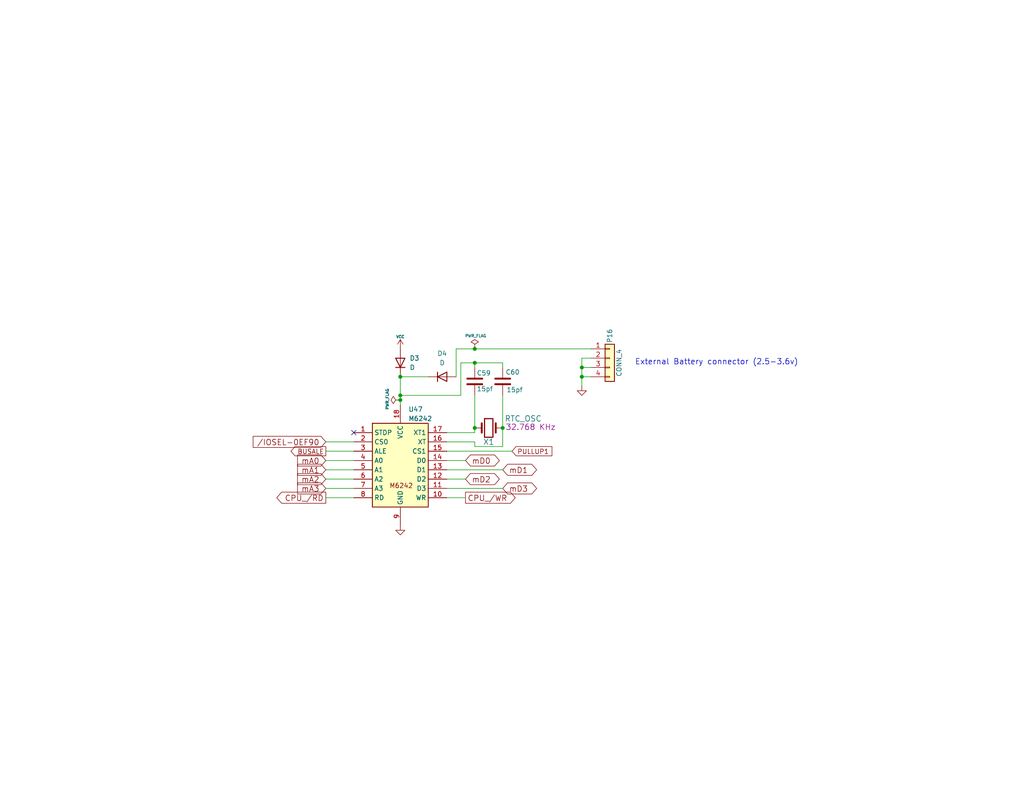
<source format=kicad_sch>
(kicad_sch
	(version 20250114)
	(generator "eeschema")
	(generator_version "9.0")
	(uuid "cbe0dedb-2418-48fa-b2ea-9e475d930100")
	(paper "A")
	(title_block
		(title "6502PC")
		(date "2025-12-21")
		(rev "002")
		(comment 1 "https://github.com/danwerner21/6502PC")
		(comment 2 "Based on work by Andrew Lynch and John Coffman")
	)
	(lib_symbols
		(symbol "Connector_Generic:Conn_01x04"
			(pin_names
				(offset 1.016)
				(hide yes)
			)
			(exclude_from_sim no)
			(in_bom yes)
			(on_board yes)
			(property "Reference" "J"
				(at 0 5.08 0)
				(effects
					(font
						(size 1.27 1.27)
					)
				)
			)
			(property "Value" "Conn_01x04"
				(at 0 -7.62 0)
				(effects
					(font
						(size 1.27 1.27)
					)
				)
			)
			(property "Footprint" ""
				(at 0 0 0)
				(effects
					(font
						(size 1.27 1.27)
					)
					(hide yes)
				)
			)
			(property "Datasheet" "~"
				(at 0 0 0)
				(effects
					(font
						(size 1.27 1.27)
					)
					(hide yes)
				)
			)
			(property "Description" "Generic connector, single row, 01x04, script generated (kicad-library-utils/schlib/autogen/connector/)"
				(at 0 0 0)
				(effects
					(font
						(size 1.27 1.27)
					)
					(hide yes)
				)
			)
			(property "ki_keywords" "connector"
				(at 0 0 0)
				(effects
					(font
						(size 1.27 1.27)
					)
					(hide yes)
				)
			)
			(property "ki_fp_filters" "Connector*:*_1x??_*"
				(at 0 0 0)
				(effects
					(font
						(size 1.27 1.27)
					)
					(hide yes)
				)
			)
			(symbol "Conn_01x04_1_1"
				(rectangle
					(start -1.27 3.81)
					(end 1.27 -6.35)
					(stroke
						(width 0.254)
						(type default)
					)
					(fill
						(type background)
					)
				)
				(rectangle
					(start -1.27 2.667)
					(end 0 2.413)
					(stroke
						(width 0.1524)
						(type default)
					)
					(fill
						(type none)
					)
				)
				(rectangle
					(start -1.27 0.127)
					(end 0 -0.127)
					(stroke
						(width 0.1524)
						(type default)
					)
					(fill
						(type none)
					)
				)
				(rectangle
					(start -1.27 -2.413)
					(end 0 -2.667)
					(stroke
						(width 0.1524)
						(type default)
					)
					(fill
						(type none)
					)
				)
				(rectangle
					(start -1.27 -4.953)
					(end 0 -5.207)
					(stroke
						(width 0.1524)
						(type default)
					)
					(fill
						(type none)
					)
				)
				(pin passive line
					(at -5.08 2.54 0)
					(length 3.81)
					(name "Pin_1"
						(effects
							(font
								(size 1.27 1.27)
							)
						)
					)
					(number "1"
						(effects
							(font
								(size 1.27 1.27)
							)
						)
					)
				)
				(pin passive line
					(at -5.08 0 0)
					(length 3.81)
					(name "Pin_2"
						(effects
							(font
								(size 1.27 1.27)
							)
						)
					)
					(number "2"
						(effects
							(font
								(size 1.27 1.27)
							)
						)
					)
				)
				(pin passive line
					(at -5.08 -2.54 0)
					(length 3.81)
					(name "Pin_3"
						(effects
							(font
								(size 1.27 1.27)
							)
						)
					)
					(number "3"
						(effects
							(font
								(size 1.27 1.27)
							)
						)
					)
				)
				(pin passive line
					(at -5.08 -5.08 0)
					(length 3.81)
					(name "Pin_4"
						(effects
							(font
								(size 1.27 1.27)
							)
						)
					)
					(number "4"
						(effects
							(font
								(size 1.27 1.27)
							)
						)
					)
				)
			)
			(embedded_fonts no)
		)
		(symbol "Custom:M6242B"
			(exclude_from_sim no)
			(in_bom yes)
			(on_board yes)
			(property "Reference" "U"
				(at 0 0 0)
				(effects
					(font
						(size 1.27 1.27)
					)
				)
			)
			(property "Value" ""
				(at 0 0 0)
				(effects
					(font
						(size 1.27 1.27)
					)
				)
			)
			(property "Footprint" ""
				(at 0 0 0)
				(effects
					(font
						(size 1.27 1.27)
					)
					(hide yes)
				)
			)
			(property "Datasheet" ""
				(at 0 0 0)
				(effects
					(font
						(size 1.27 1.27)
					)
					(hide yes)
				)
			)
			(property "Description" ""
				(at 0 0 0)
				(effects
					(font
						(size 1.27 1.27)
					)
					(hide yes)
				)
			)
			(symbol "M6242B_1_0"
				(pin passive line
					(at -12.7 3.81 0)
					(length 5.08)
					(name "STDP"
						(effects
							(font
								(size 1.27 1.27)
							)
						)
					)
					(number "1"
						(effects
							(font
								(size 1.27 1.27)
							)
						)
					)
				)
				(pin passive line
					(at -12.7 1.27 0)
					(length 5.08)
					(name "CS0"
						(effects
							(font
								(size 1.27 1.27)
							)
						)
					)
					(number "2"
						(effects
							(font
								(size 1.27 1.27)
							)
						)
					)
				)
				(pin passive line
					(at -12.7 -1.27 0)
					(length 5.08)
					(name "ALE"
						(effects
							(font
								(size 1.27 1.27)
							)
						)
					)
					(number "3"
						(effects
							(font
								(size 1.27 1.27)
							)
						)
					)
				)
				(pin passive line
					(at -12.7 -3.81 0)
					(length 5.08)
					(name "A0"
						(effects
							(font
								(size 1.27 1.27)
							)
						)
					)
					(number "4"
						(effects
							(font
								(size 1.27 1.27)
							)
						)
					)
				)
				(pin passive line
					(at -12.7 -6.35 0)
					(length 5.08)
					(name "A1"
						(effects
							(font
								(size 1.27 1.27)
							)
						)
					)
					(number "5"
						(effects
							(font
								(size 1.27 1.27)
							)
						)
					)
				)
				(pin passive line
					(at -12.7 -8.89 0)
					(length 5.08)
					(name "A2"
						(effects
							(font
								(size 1.27 1.27)
							)
						)
					)
					(number "6"
						(effects
							(font
								(size 1.27 1.27)
							)
						)
					)
				)
				(pin passive line
					(at -12.7 -11.43 0)
					(length 5.08)
					(name "A3"
						(effects
							(font
								(size 1.27 1.27)
							)
						)
					)
					(number "7"
						(effects
							(font
								(size 1.27 1.27)
							)
						)
					)
				)
				(pin passive line
					(at -12.7 -13.97 0)
					(length 5.08)
					(name "RD"
						(effects
							(font
								(size 1.27 1.27)
							)
						)
					)
					(number "8"
						(effects
							(font
								(size 1.27 1.27)
							)
						)
					)
				)
				(pin power_in line
					(at 0 11.43 270)
					(length 5.08)
					(name "VCC"
						(effects
							(font
								(size 1.27 1.27)
							)
						)
					)
					(number "18"
						(effects
							(font
								(size 1.27 1.27)
							)
						)
					)
				)
				(pin power_in line
					(at 0 -21.59 90)
					(length 5.08)
					(name "GND"
						(effects
							(font
								(size 1.27 1.27)
							)
						)
					)
					(number "9"
						(effects
							(font
								(size 1.27 1.27)
							)
						)
					)
				)
				(pin passive line
					(at 12.7 3.81 180)
					(length 5.08)
					(name "XT1"
						(effects
							(font
								(size 1.27 1.27)
							)
						)
					)
					(number "17"
						(effects
							(font
								(size 1.27 1.27)
							)
						)
					)
				)
				(pin passive line
					(at 12.7 1.27 180)
					(length 5.08)
					(name "XT"
						(effects
							(font
								(size 1.27 1.27)
							)
						)
					)
					(number "16"
						(effects
							(font
								(size 1.27 1.27)
							)
						)
					)
				)
				(pin passive line
					(at 12.7 -1.27 180)
					(length 5.08)
					(name "CS1"
						(effects
							(font
								(size 1.27 1.27)
							)
						)
					)
					(number "15"
						(effects
							(font
								(size 1.27 1.27)
							)
						)
					)
				)
				(pin passive line
					(at 12.7 -3.81 180)
					(length 5.08)
					(name "D0"
						(effects
							(font
								(size 1.27 1.27)
							)
						)
					)
					(number "14"
						(effects
							(font
								(size 1.27 1.27)
							)
						)
					)
				)
				(pin passive line
					(at 12.7 -6.35 180)
					(length 5.08)
					(name "D1"
						(effects
							(font
								(size 1.27 1.27)
							)
						)
					)
					(number "13"
						(effects
							(font
								(size 1.27 1.27)
							)
						)
					)
				)
				(pin passive line
					(at 12.7 -8.89 180)
					(length 5.08)
					(name "D2"
						(effects
							(font
								(size 1.27 1.27)
							)
						)
					)
					(number "12"
						(effects
							(font
								(size 1.27 1.27)
							)
						)
					)
				)
				(pin passive line
					(at 12.7 -11.43 180)
					(length 5.08)
					(name "D3"
						(effects
							(font
								(size 1.27 1.27)
							)
						)
					)
					(number "11"
						(effects
							(font
								(size 1.27 1.27)
							)
						)
					)
				)
				(pin passive line
					(at 12.7 -13.97 180)
					(length 5.08)
					(name "WR"
						(effects
							(font
								(size 1.27 1.27)
							)
						)
					)
					(number "10"
						(effects
							(font
								(size 1.27 1.27)
							)
						)
					)
				)
			)
			(symbol "M6242B_1_1"
				(rectangle
					(start -7.62 6.35)
					(end 7.62 -16.51)
					(stroke
						(width 0.254)
						(type default)
					)
					(fill
						(type background)
					)
				)
				(text "M6242"
					(at 0.254 -10.668 0)
					(effects
						(font
							(size 1.27 1.27)
						)
					)
				)
			)
			(embedded_fonts no)
		)
		(symbol "Device:C"
			(pin_numbers
				(hide yes)
			)
			(pin_names
				(offset 0.254)
			)
			(exclude_from_sim no)
			(in_bom yes)
			(on_board yes)
			(property "Reference" "C"
				(at 0.635 2.54 0)
				(effects
					(font
						(size 1.27 1.27)
					)
					(justify left)
				)
			)
			(property "Value" "C"
				(at 0.635 -2.54 0)
				(effects
					(font
						(size 1.27 1.27)
					)
					(justify left)
				)
			)
			(property "Footprint" ""
				(at 0.9652 -3.81 0)
				(effects
					(font
						(size 1.27 1.27)
					)
					(hide yes)
				)
			)
			(property "Datasheet" "~"
				(at 0 0 0)
				(effects
					(font
						(size 1.27 1.27)
					)
					(hide yes)
				)
			)
			(property "Description" "Unpolarized capacitor"
				(at 0 0 0)
				(effects
					(font
						(size 1.27 1.27)
					)
					(hide yes)
				)
			)
			(property "ki_keywords" "cap capacitor"
				(at 0 0 0)
				(effects
					(font
						(size 1.27 1.27)
					)
					(hide yes)
				)
			)
			(property "ki_fp_filters" "C_*"
				(at 0 0 0)
				(effects
					(font
						(size 1.27 1.27)
					)
					(hide yes)
				)
			)
			(symbol "C_0_1"
				(polyline
					(pts
						(xy -2.032 0.762) (xy 2.032 0.762)
					)
					(stroke
						(width 0.508)
						(type default)
					)
					(fill
						(type none)
					)
				)
				(polyline
					(pts
						(xy -2.032 -0.762) (xy 2.032 -0.762)
					)
					(stroke
						(width 0.508)
						(type default)
					)
					(fill
						(type none)
					)
				)
			)
			(symbol "C_1_1"
				(pin passive line
					(at 0 3.81 270)
					(length 2.794)
					(name "~"
						(effects
							(font
								(size 1.27 1.27)
							)
						)
					)
					(number "1"
						(effects
							(font
								(size 1.27 1.27)
							)
						)
					)
				)
				(pin passive line
					(at 0 -3.81 90)
					(length 2.794)
					(name "~"
						(effects
							(font
								(size 1.27 1.27)
							)
						)
					)
					(number "2"
						(effects
							(font
								(size 1.27 1.27)
							)
						)
					)
				)
			)
			(embedded_fonts no)
		)
		(symbol "Device:Crystal"
			(pin_numbers
				(hide yes)
			)
			(pin_names
				(offset 1.016)
				(hide yes)
			)
			(exclude_from_sim no)
			(in_bom yes)
			(on_board yes)
			(property "Reference" "Y"
				(at 0 3.81 0)
				(effects
					(font
						(size 1.27 1.27)
					)
				)
			)
			(property "Value" "Crystal"
				(at 0 -3.81 0)
				(effects
					(font
						(size 1.27 1.27)
					)
				)
			)
			(property "Footprint" ""
				(at 0 0 0)
				(effects
					(font
						(size 1.27 1.27)
					)
					(hide yes)
				)
			)
			(property "Datasheet" "~"
				(at 0 0 0)
				(effects
					(font
						(size 1.27 1.27)
					)
					(hide yes)
				)
			)
			(property "Description" "Two pin crystal"
				(at 0 0 0)
				(effects
					(font
						(size 1.27 1.27)
					)
					(hide yes)
				)
			)
			(property "ki_keywords" "quartz ceramic resonator oscillator"
				(at 0 0 0)
				(effects
					(font
						(size 1.27 1.27)
					)
					(hide yes)
				)
			)
			(property "ki_fp_filters" "Crystal*"
				(at 0 0 0)
				(effects
					(font
						(size 1.27 1.27)
					)
					(hide yes)
				)
			)
			(symbol "Crystal_0_1"
				(polyline
					(pts
						(xy -2.54 0) (xy -1.905 0)
					)
					(stroke
						(width 0)
						(type default)
					)
					(fill
						(type none)
					)
				)
				(polyline
					(pts
						(xy -1.905 -1.27) (xy -1.905 1.27)
					)
					(stroke
						(width 0.508)
						(type default)
					)
					(fill
						(type none)
					)
				)
				(rectangle
					(start -1.143 2.54)
					(end 1.143 -2.54)
					(stroke
						(width 0.3048)
						(type default)
					)
					(fill
						(type none)
					)
				)
				(polyline
					(pts
						(xy 1.905 -1.27) (xy 1.905 1.27)
					)
					(stroke
						(width 0.508)
						(type default)
					)
					(fill
						(type none)
					)
				)
				(polyline
					(pts
						(xy 2.54 0) (xy 1.905 0)
					)
					(stroke
						(width 0)
						(type default)
					)
					(fill
						(type none)
					)
				)
			)
			(symbol "Crystal_1_1"
				(pin passive line
					(at -3.81 0 0)
					(length 1.27)
					(name "1"
						(effects
							(font
								(size 1.27 1.27)
							)
						)
					)
					(number "1"
						(effects
							(font
								(size 1.27 1.27)
							)
						)
					)
				)
				(pin passive line
					(at 3.81 0 180)
					(length 1.27)
					(name "2"
						(effects
							(font
								(size 1.27 1.27)
							)
						)
					)
					(number "2"
						(effects
							(font
								(size 1.27 1.27)
							)
						)
					)
				)
			)
			(embedded_fonts no)
		)
		(symbol "Device:D"
			(pin_numbers
				(hide yes)
			)
			(pin_names
				(offset 1.016)
				(hide yes)
			)
			(exclude_from_sim no)
			(in_bom yes)
			(on_board yes)
			(property "Reference" "D"
				(at 0 2.54 0)
				(effects
					(font
						(size 1.27 1.27)
					)
				)
			)
			(property "Value" "D"
				(at 0 -2.54 0)
				(effects
					(font
						(size 1.27 1.27)
					)
				)
			)
			(property "Footprint" ""
				(at 0 0 0)
				(effects
					(font
						(size 1.27 1.27)
					)
					(hide yes)
				)
			)
			(property "Datasheet" "~"
				(at 0 0 0)
				(effects
					(font
						(size 1.27 1.27)
					)
					(hide yes)
				)
			)
			(property "Description" "Diode"
				(at 0 0 0)
				(effects
					(font
						(size 1.27 1.27)
					)
					(hide yes)
				)
			)
			(property "Sim.Device" "D"
				(at 0 0 0)
				(effects
					(font
						(size 1.27 1.27)
					)
					(hide yes)
				)
			)
			(property "Sim.Pins" "1=K 2=A"
				(at 0 0 0)
				(effects
					(font
						(size 1.27 1.27)
					)
					(hide yes)
				)
			)
			(property "ki_keywords" "diode"
				(at 0 0 0)
				(effects
					(font
						(size 1.27 1.27)
					)
					(hide yes)
				)
			)
			(property "ki_fp_filters" "TO-???* *_Diode_* *SingleDiode* D_*"
				(at 0 0 0)
				(effects
					(font
						(size 1.27 1.27)
					)
					(hide yes)
				)
			)
			(symbol "D_0_1"
				(polyline
					(pts
						(xy -1.27 1.27) (xy -1.27 -1.27)
					)
					(stroke
						(width 0.254)
						(type default)
					)
					(fill
						(type none)
					)
				)
				(polyline
					(pts
						(xy 1.27 1.27) (xy 1.27 -1.27) (xy -1.27 0) (xy 1.27 1.27)
					)
					(stroke
						(width 0.254)
						(type default)
					)
					(fill
						(type none)
					)
				)
				(polyline
					(pts
						(xy 1.27 0) (xy -1.27 0)
					)
					(stroke
						(width 0)
						(type default)
					)
					(fill
						(type none)
					)
				)
			)
			(symbol "D_1_1"
				(pin passive line
					(at -3.81 0 0)
					(length 2.54)
					(name "K"
						(effects
							(font
								(size 1.27 1.27)
							)
						)
					)
					(number "1"
						(effects
							(font
								(size 1.27 1.27)
							)
						)
					)
				)
				(pin passive line
					(at 3.81 0 180)
					(length 2.54)
					(name "A"
						(effects
							(font
								(size 1.27 1.27)
							)
						)
					)
					(number "2"
						(effects
							(font
								(size 1.27 1.27)
							)
						)
					)
				)
			)
			(embedded_fonts no)
		)
		(symbol "power:GND"
			(power)
			(pin_numbers
				(hide yes)
			)
			(pin_names
				(offset 0)
				(hide yes)
			)
			(exclude_from_sim no)
			(in_bom yes)
			(on_board yes)
			(property "Reference" "#PWR"
				(at 0 -6.35 0)
				(effects
					(font
						(size 1.27 1.27)
					)
					(hide yes)
				)
			)
			(property "Value" "GND"
				(at 0 -3.81 0)
				(effects
					(font
						(size 1.27 1.27)
					)
				)
			)
			(property "Footprint" ""
				(at 0 0 0)
				(effects
					(font
						(size 1.27 1.27)
					)
					(hide yes)
				)
			)
			(property "Datasheet" ""
				(at 0 0 0)
				(effects
					(font
						(size 1.27 1.27)
					)
					(hide yes)
				)
			)
			(property "Description" "Power symbol creates a global label with name \"GND\" , ground"
				(at 0 0 0)
				(effects
					(font
						(size 1.27 1.27)
					)
					(hide yes)
				)
			)
			(property "ki_keywords" "global power"
				(at 0 0 0)
				(effects
					(font
						(size 1.27 1.27)
					)
					(hide yes)
				)
			)
			(symbol "GND_0_1"
				(polyline
					(pts
						(xy 0 0) (xy 0 -1.27) (xy 1.27 -1.27) (xy 0 -2.54) (xy -1.27 -1.27) (xy 0 -1.27)
					)
					(stroke
						(width 0)
						(type default)
					)
					(fill
						(type none)
					)
				)
			)
			(symbol "GND_1_1"
				(pin power_in line
					(at 0 0 270)
					(length 0)
					(name "~"
						(effects
							(font
								(size 1.27 1.27)
							)
						)
					)
					(number "1"
						(effects
							(font
								(size 1.27 1.27)
							)
						)
					)
				)
			)
			(embedded_fonts no)
		)
		(symbol "power:PWR_FLAG"
			(power)
			(pin_numbers
				(hide yes)
			)
			(pin_names
				(offset 0)
				(hide yes)
			)
			(exclude_from_sim no)
			(in_bom yes)
			(on_board yes)
			(property "Reference" "#FLG"
				(at 0 1.905 0)
				(effects
					(font
						(size 1.27 1.27)
					)
					(hide yes)
				)
			)
			(property "Value" "PWR_FLAG"
				(at 0 3.81 0)
				(effects
					(font
						(size 1.27 1.27)
					)
				)
			)
			(property "Footprint" ""
				(at 0 0 0)
				(effects
					(font
						(size 1.27 1.27)
					)
					(hide yes)
				)
			)
			(property "Datasheet" "~"
				(at 0 0 0)
				(effects
					(font
						(size 1.27 1.27)
					)
					(hide yes)
				)
			)
			(property "Description" "Special symbol for telling ERC where power comes from"
				(at 0 0 0)
				(effects
					(font
						(size 1.27 1.27)
					)
					(hide yes)
				)
			)
			(property "ki_keywords" "flag power"
				(at 0 0 0)
				(effects
					(font
						(size 1.27 1.27)
					)
					(hide yes)
				)
			)
			(symbol "PWR_FLAG_0_0"
				(pin power_out line
					(at 0 0 90)
					(length 0)
					(name "~"
						(effects
							(font
								(size 1.27 1.27)
							)
						)
					)
					(number "1"
						(effects
							(font
								(size 1.27 1.27)
							)
						)
					)
				)
			)
			(symbol "PWR_FLAG_0_1"
				(polyline
					(pts
						(xy 0 0) (xy 0 1.27) (xy -1.016 1.905) (xy 0 2.54) (xy 1.016 1.905) (xy 0 1.27)
					)
					(stroke
						(width 0)
						(type default)
					)
					(fill
						(type none)
					)
				)
			)
			(embedded_fonts no)
		)
		(symbol "power:VCC"
			(power)
			(pin_numbers
				(hide yes)
			)
			(pin_names
				(offset 0)
				(hide yes)
			)
			(exclude_from_sim no)
			(in_bom yes)
			(on_board yes)
			(property "Reference" "#PWR"
				(at 0 -3.81 0)
				(effects
					(font
						(size 1.27 1.27)
					)
					(hide yes)
				)
			)
			(property "Value" "VCC"
				(at 0 3.556 0)
				(effects
					(font
						(size 1.27 1.27)
					)
				)
			)
			(property "Footprint" ""
				(at 0 0 0)
				(effects
					(font
						(size 1.27 1.27)
					)
					(hide yes)
				)
			)
			(property "Datasheet" ""
				(at 0 0 0)
				(effects
					(font
						(size 1.27 1.27)
					)
					(hide yes)
				)
			)
			(property "Description" "Power symbol creates a global label with name \"VCC\""
				(at 0 0 0)
				(effects
					(font
						(size 1.27 1.27)
					)
					(hide yes)
				)
			)
			(property "ki_keywords" "global power"
				(at 0 0 0)
				(effects
					(font
						(size 1.27 1.27)
					)
					(hide yes)
				)
			)
			(symbol "VCC_0_1"
				(polyline
					(pts
						(xy -0.762 1.27) (xy 0 2.54)
					)
					(stroke
						(width 0)
						(type default)
					)
					(fill
						(type none)
					)
				)
				(polyline
					(pts
						(xy 0 2.54) (xy 0.762 1.27)
					)
					(stroke
						(width 0)
						(type default)
					)
					(fill
						(type none)
					)
				)
				(polyline
					(pts
						(xy 0 0) (xy 0 2.54)
					)
					(stroke
						(width 0)
						(type default)
					)
					(fill
						(type none)
					)
				)
			)
			(symbol "VCC_1_1"
				(pin power_in line
					(at 0 0 90)
					(length 0)
					(name "~"
						(effects
							(font
								(size 1.27 1.27)
							)
						)
					)
					(number "1"
						(effects
							(font
								(size 1.27 1.27)
							)
						)
					)
				)
			)
			(embedded_fonts no)
		)
	)
	(text "External Battery connector (2.5-3.6v)\n"
		(exclude_from_sim no)
		(at 173.228 99.822 0)
		(effects
			(font
				(size 1.524 1.524)
			)
			(justify left bottom)
		)
		(uuid "92e3e0e3-fa3a-46c6-b84f-93ebe8ce2786")
	)
	(junction
		(at 129.54 116.84)
		(diameter 0)
		(color 0 0 0 0)
		(uuid "0d1d74d0-0d3a-4233-ba1e-e9e063a4e189")
	)
	(junction
		(at 137.16 116.84)
		(diameter 0)
		(color 0 0 0 0)
		(uuid "17c6fedd-fb1d-45fc-8f07-0e48566785ea")
	)
	(junction
		(at 109.22 109.22)
		(diameter 0)
		(color 0 0 0 0)
		(uuid "22257d5c-532e-4549-af19-bd9813268dd8")
	)
	(junction
		(at 158.75 100.33)
		(diameter 0)
		(color 0 0 0 0)
		(uuid "6cb0f734-f1e0-4530-99f5-c98ebef9a7c0")
	)
	(junction
		(at 129.54 99.06)
		(diameter 0)
		(color 0 0 0 0)
		(uuid "7ad2b714-d338-4d20-b85d-d09236e3471d")
	)
	(junction
		(at 158.75 102.87)
		(diameter 0)
		(color 0 0 0 0)
		(uuid "9111b942-aa29-4bc9-84f8-012d40869b3a")
	)
	(junction
		(at 109.22 102.87)
		(diameter 0)
		(color 0 0 0 0)
		(uuid "9d1c0fcd-41fb-443e-b593-04b65394e3fe")
	)
	(junction
		(at 109.22 107.95)
		(diameter 0)
		(color 0 0 0 0)
		(uuid "cee5a908-c97a-48b2-af48-b495431ce13f")
	)
	(junction
		(at 129.54 95.25)
		(diameter 0)
		(color 0 0 0 0)
		(uuid "e1156556-c4ff-4065-afc0-db8776de6ef2")
	)
	(no_connect
		(at 96.52 118.11)
		(uuid "272fd08b-1ff6-42cc-b6f9-0dbecc3ebff3")
	)
	(wire
		(pts
			(xy 129.54 100.33) (xy 129.54 99.06)
		)
		(stroke
			(width 0)
			(type default)
		)
		(uuid "074e6c7a-2716-4f53-8296-9c1aad1d60c3")
	)
	(wire
		(pts
			(xy 88.9 128.27) (xy 96.52 128.27)
		)
		(stroke
			(width 0)
			(type default)
		)
		(uuid "0b8b830e-7e53-4457-a68b-56284672be36")
	)
	(wire
		(pts
			(xy 88.9 133.35) (xy 96.52 133.35)
		)
		(stroke
			(width 0)
			(type default)
		)
		(uuid "0e20b1c0-1eee-4bb3-b26a-eb3e3f1fdd2b")
	)
	(wire
		(pts
			(xy 109.22 107.95) (xy 109.22 109.22)
		)
		(stroke
			(width 0)
			(type default)
		)
		(uuid "14daa1a8-aff2-4566-9b66-4fddbe25eaf6")
	)
	(wire
		(pts
			(xy 88.9 135.89) (xy 96.52 135.89)
		)
		(stroke
			(width 0)
			(type default)
		)
		(uuid "1c93944e-65dd-4e3d-b0b7-bd8e0d83dfe3")
	)
	(wire
		(pts
			(xy 109.22 102.87) (xy 109.22 107.95)
		)
		(stroke
			(width 0)
			(type default)
		)
		(uuid "1d5d82eb-161b-4693-bc0e-321ae02c2977")
	)
	(wire
		(pts
			(xy 109.22 102.87) (xy 116.84 102.87)
		)
		(stroke
			(width 0)
			(type default)
		)
		(uuid "1ff55ea5-b1d8-448a-a6fc-652df37e1e6b")
	)
	(wire
		(pts
			(xy 137.16 99.06) (xy 137.16 100.33)
		)
		(stroke
			(width 0)
			(type default)
		)
		(uuid "20d22bc1-bc2e-44be-9919-bb7508e27a89")
	)
	(wire
		(pts
			(xy 158.75 97.79) (xy 161.29 97.79)
		)
		(stroke
			(width 0)
			(type default)
		)
		(uuid "20e1e5c1-f08d-420c-b598-e9a87b0886cb")
	)
	(wire
		(pts
			(xy 129.54 95.25) (xy 124.46 95.25)
		)
		(stroke
			(width 0)
			(type default)
		)
		(uuid "2745431f-67db-430b-9a58-4722efa9cc29")
	)
	(wire
		(pts
			(xy 88.9 120.65) (xy 96.52 120.65)
		)
		(stroke
			(width 0)
			(type default)
		)
		(uuid "285691e2-a949-4f48-9762-8656e55472ad")
	)
	(wire
		(pts
			(xy 121.92 133.35) (xy 137.16 133.35)
		)
		(stroke
			(width 0)
			(type default)
		)
		(uuid "2ae4f461-2dd2-4e59-9cec-42b344a65e34")
	)
	(wire
		(pts
			(xy 88.9 130.81) (xy 96.52 130.81)
		)
		(stroke
			(width 0)
			(type default)
		)
		(uuid "35921371-a3e1-421b-b76e-f82cfc3e3152")
	)
	(wire
		(pts
			(xy 137.16 121.92) (xy 129.54 121.92)
		)
		(stroke
			(width 0)
			(type default)
		)
		(uuid "39247989-3c6e-4b7f-93a5-b52758855e0a")
	)
	(wire
		(pts
			(xy 161.29 95.25) (xy 129.54 95.25)
		)
		(stroke
			(width 0)
			(type default)
		)
		(uuid "398b3923-65dc-435b-93aa-5850d676d8e1")
	)
	(wire
		(pts
			(xy 121.92 135.89) (xy 127 135.89)
		)
		(stroke
			(width 0)
			(type default)
		)
		(uuid "3c000ca0-4edb-49ac-9e25-18b111603333")
	)
	(wire
		(pts
			(xy 88.9 125.73) (xy 96.52 125.73)
		)
		(stroke
			(width 0)
			(type default)
		)
		(uuid "3ea46392-d989-4fe8-a703-67426b5a8ae4")
	)
	(wire
		(pts
			(xy 158.75 102.87) (xy 158.75 100.33)
		)
		(stroke
			(width 0)
			(type default)
		)
		(uuid "42ab241e-70e6-445a-a792-aefa920b1130")
	)
	(wire
		(pts
			(xy 125.73 99.06) (xy 129.54 99.06)
		)
		(stroke
			(width 0)
			(type default)
		)
		(uuid "446b9f5e-5d7d-4514-ab22-2c2362d57a66")
	)
	(wire
		(pts
			(xy 88.9 123.19) (xy 96.52 123.19)
		)
		(stroke
			(width 0)
			(type default)
		)
		(uuid "44806aaa-66e0-407e-985f-42f49f7a7225")
	)
	(wire
		(pts
			(xy 137.16 107.95) (xy 137.16 116.84)
		)
		(stroke
			(width 0)
			(type default)
		)
		(uuid "47c446df-2318-4474-b892-d88cbd7b6896")
	)
	(wire
		(pts
			(xy 121.92 130.81) (xy 127 130.81)
		)
		(stroke
			(width 0)
			(type default)
		)
		(uuid "57341449-3eb3-4aa2-bf6d-5b753a2c2e7b")
	)
	(wire
		(pts
			(xy 129.54 121.92) (xy 129.54 120.65)
		)
		(stroke
			(width 0)
			(type default)
		)
		(uuid "57d736c0-d433-45c9-8e8f-086c58fded61")
	)
	(wire
		(pts
			(xy 109.22 109.22) (xy 109.22 110.49)
		)
		(stroke
			(width 0)
			(type default)
		)
		(uuid "5b17b3dd-03a7-4843-9f52-d87d0df5ef98")
	)
	(wire
		(pts
			(xy 129.54 99.06) (xy 137.16 99.06)
		)
		(stroke
			(width 0)
			(type default)
		)
		(uuid "624cd841-5d8c-4be5-ba77-3b85ffae2999")
	)
	(wire
		(pts
			(xy 125.73 107.95) (xy 125.73 99.06)
		)
		(stroke
			(width 0)
			(type default)
		)
		(uuid "7383839f-b6cf-479d-b027-c7522a8a7b45")
	)
	(wire
		(pts
			(xy 129.54 120.65) (xy 121.92 120.65)
		)
		(stroke
			(width 0)
			(type default)
		)
		(uuid "74ee5d6f-0208-4484-ba4a-6ac0c6a9c83a")
	)
	(wire
		(pts
			(xy 137.16 116.84) (xy 137.16 121.92)
		)
		(stroke
			(width 0)
			(type default)
		)
		(uuid "8be18f1a-e17f-4982-94b0-17077ba9e282")
	)
	(wire
		(pts
			(xy 121.92 125.73) (xy 127 125.73)
		)
		(stroke
			(width 0)
			(type default)
		)
		(uuid "96fdd68f-0fed-4b65-baba-bcf5938f79f7")
	)
	(wire
		(pts
			(xy 121.92 123.19) (xy 139.7 123.19)
		)
		(stroke
			(width 0)
			(type default)
		)
		(uuid "9c1b3994-a67d-48f7-910b-4e2bc3ffb989")
	)
	(wire
		(pts
			(xy 158.75 100.33) (xy 161.29 100.33)
		)
		(stroke
			(width 0)
			(type default)
		)
		(uuid "a1753ab4-271b-4756-ac44-580245115f5c")
	)
	(wire
		(pts
			(xy 129.54 107.95) (xy 129.54 116.84)
		)
		(stroke
			(width 0)
			(type default)
		)
		(uuid "a6764b04-57cf-4f62-8ea8-d19c7d5cfc40")
	)
	(wire
		(pts
			(xy 129.54 116.84) (xy 129.54 118.11)
		)
		(stroke
			(width 0)
			(type default)
		)
		(uuid "b485b17a-5bd9-49f7-ba69-06e6c8513965")
	)
	(wire
		(pts
			(xy 158.75 100.33) (xy 158.75 97.79)
		)
		(stroke
			(width 0)
			(type default)
		)
		(uuid "c01ea495-5e00-40b7-a115-27f469344d40")
	)
	(wire
		(pts
			(xy 121.92 118.11) (xy 129.54 118.11)
		)
		(stroke
			(width 0)
			(type default)
		)
		(uuid "c69cfb87-04ee-40c1-aa9d-8cdfffd83a0d")
	)
	(wire
		(pts
			(xy 109.22 107.95) (xy 125.73 107.95)
		)
		(stroke
			(width 0)
			(type default)
		)
		(uuid "e0f8f607-f0e4-4f7a-baab-2ee1f0eab474")
	)
	(wire
		(pts
			(xy 121.92 128.27) (xy 137.16 128.27)
		)
		(stroke
			(width 0)
			(type default)
		)
		(uuid "eb5cdc20-d812-4884-8920-7e9ba003e544")
	)
	(wire
		(pts
			(xy 161.29 102.87) (xy 158.75 102.87)
		)
		(stroke
			(width 0)
			(type default)
		)
		(uuid "ed6a32e2-b49d-4a34-9c75-0ef0fa9aa691")
	)
	(wire
		(pts
			(xy 124.46 95.25) (xy 124.46 102.87)
		)
		(stroke
			(width 0)
			(type default)
		)
		(uuid "eea10789-1e1d-40b5-adfe-0f0e65c3687e")
	)
	(wire
		(pts
			(xy 158.75 105.41) (xy 158.75 102.87)
		)
		(stroke
			(width 0)
			(type default)
		)
		(uuid "fb391fa3-adfb-4ca1-82c2-a30d2e41e0d1")
	)
	(global_label "CPU_/WR"
		(shape output)
		(at 127 135.89 0)
		(effects
			(font
				(size 1.524 1.524)
			)
			(justify left)
		)
		(uuid "106cf535-337d-48b8-9843-08f44e761d28")
		(property "Intersheetrefs" "${INTERSHEET_REFS}"
			(at 127 135.89 0)
			(effects
				(font
					(size 1.27 1.27)
				)
				(hide yes)
			)
		)
	)
	(global_label "mD1"
		(shape bidirectional)
		(at 137.16 128.27 0)
		(effects
			(font
				(size 1.524 1.524)
			)
			(justify left)
		)
		(uuid "3725faac-2d09-49f6-8b81-8b717fb5338f")
		(property "Intersheetrefs" "${INTERSHEET_REFS}"
			(at 137.16 128.27 0)
			(effects
				(font
					(size 1.27 1.27)
				)
				(hide yes)
			)
		)
	)
	(global_label "mA2"
		(shape input)
		(at 88.9 130.81 180)
		(effects
			(font
				(size 1.524 1.524)
			)
			(justify right)
		)
		(uuid "3ad69799-a79d-4340-af5e-e702efd92d27")
		(property "Intersheetrefs" "${INTERSHEET_REFS}"
			(at 88.9 130.81 0)
			(effects
				(font
					(size 1.27 1.27)
				)
				(hide yes)
			)
		)
	)
	(global_label "mD0"
		(shape bidirectional)
		(at 127 125.73 0)
		(effects
			(font
				(size 1.524 1.524)
			)
			(justify left)
		)
		(uuid "4244b212-082c-4fe9-ada3-a78fed8054a7")
		(property "Intersheetrefs" "${INTERSHEET_REFS}"
			(at 127 125.73 0)
			(effects
				(font
					(size 1.27 1.27)
				)
				(hide yes)
			)
		)
	)
	(global_label "mA3"
		(shape input)
		(at 88.9 133.35 180)
		(effects
			(font
				(size 1.524 1.524)
			)
			(justify right)
		)
		(uuid "45f3329e-878b-46aa-9d9d-eae1b4e1bb36")
		(property "Intersheetrefs" "${INTERSHEET_REFS}"
			(at 88.9 133.35 0)
			(effects
				(font
					(size 1.27 1.27)
				)
				(hide yes)
			)
		)
	)
	(global_label "mD2"
		(shape bidirectional)
		(at 127 130.81 0)
		(effects
			(font
				(size 1.524 1.524)
			)
			(justify left)
		)
		(uuid "481be9fe-bacb-41b2-a941-5810231f9026")
		(property "Intersheetrefs" "${INTERSHEET_REFS}"
			(at 127 130.81 0)
			(effects
				(font
					(size 1.27 1.27)
				)
				(hide yes)
			)
		)
	)
	(global_label "BUSALE"
		(shape output)
		(at 88.9 123.19 180)
		(fields_autoplaced yes)
		(effects
			(font
				(size 1.27 1.27)
			)
			(justify right)
		)
		(uuid "6d9e1370-c857-481c-bb9b-c0bfc9330df4")
		(property "Intersheetrefs" "${INTERSHEET_REFS}"
			(at 79.4933 123.19 0)
			(effects
				(font
					(size 1.27 1.27)
				)
				(justify right)
				(hide yes)
			)
		)
	)
	(global_label "{slash}IOSEL-0EF90"
		(shape input)
		(at 88.9 120.65 180)
		(effects
			(font
				(size 1.524 1.524)
			)
			(justify right)
		)
		(uuid "79f33c75-e95b-4941-9fe4-9bf7a1cdf58f")
		(property "Intersheetrefs" "${INTERSHEET_REFS}"
			(at 88.9 120.65 0)
			(effects
				(font
					(size 1.27 1.27)
				)
				(hide yes)
			)
		)
	)
	(global_label "mA1"
		(shape input)
		(at 88.9 128.27 180)
		(effects
			(font
				(size 1.524 1.524)
			)
			(justify right)
		)
		(uuid "9630b6a4-e33c-4181-b4e6-3d23f6f7f4ec")
		(property "Intersheetrefs" "${INTERSHEET_REFS}"
			(at 88.9 128.27 0)
			(effects
				(font
					(size 1.27 1.27)
				)
				(hide yes)
			)
		)
	)
	(global_label "PULLUP1"
		(shape input)
		(at 139.7 123.19 0)
		(fields_autoplaced yes)
		(effects
			(font
				(size 1.27 1.27)
			)
			(justify left)
		)
		(uuid "9bfeac79-ad14-44a4-9f0b-60fbf4105888")
		(property "Intersheetrefs" "${INTERSHEET_REFS}"
			(at 150.4977 123.19 0)
			(effects
				(font
					(size 1.27 1.27)
				)
				(justify left)
				(hide yes)
			)
		)
	)
	(global_label "mD3"
		(shape bidirectional)
		(at 137.16 133.35 0)
		(effects
			(font
				(size 1.524 1.524)
			)
			(justify left)
		)
		(uuid "a2bacde7-d0b6-496b-b83a-6223c6f68497")
		(property "Intersheetrefs" "${INTERSHEET_REFS}"
			(at 137.16 133.35 0)
			(effects
				(font
					(size 1.27 1.27)
				)
				(hide yes)
			)
		)
	)
	(global_label "CPU_/RD"
		(shape output)
		(at 88.9 135.89 180)
		(effects
			(font
				(size 1.524 1.524)
			)
			(justify right)
		)
		(uuid "a9fead82-049b-4be3-a736-01a8fc93bf23")
		(property "Intersheetrefs" "${INTERSHEET_REFS}"
			(at 88.9 135.89 0)
			(effects
				(font
					(size 1.27 1.27)
				)
				(hide yes)
			)
		)
	)
	(global_label "mA0"
		(shape input)
		(at 88.9 125.73 180)
		(effects
			(font
				(size 1.524 1.524)
			)
			(justify right)
		)
		(uuid "f3a47cd0-ee7c-43ef-9eea-e6684608e2e2")
		(property "Intersheetrefs" "${INTERSHEET_REFS}"
			(at 88.9 125.73 0)
			(effects
				(font
					(size 1.27 1.27)
				)
				(hide yes)
			)
		)
	)
	(symbol
		(lib_id "power:VCC")
		(at 109.22 95.25 0)
		(unit 1)
		(exclude_from_sim no)
		(in_bom yes)
		(on_board yes)
		(dnp no)
		(uuid "00000000-0000-0000-0000-0000526d7048")
		(property "Reference" "#PWR0148"
			(at 109.22 92.71 0)
			(effects
				(font
					(size 0.762 0.762)
				)
				(hide yes)
			)
		)
		(property "Value" "VCC"
			(at 109.22 91.948 0)
			(effects
				(font
					(size 0.762 0.762)
				)
			)
		)
		(property "Footprint" ""
			(at 109.22 95.25 0)
			(effects
				(font
					(size 1.27 1.27)
				)
				(hide yes)
			)
		)
		(property "Datasheet" ""
			(at 109.22 95.25 0)
			(effects
				(font
					(size 1.27 1.27)
				)
				(hide yes)
			)
		)
		(property "Description" "Power symbol creates a global label with name \"VCC\""
			(at 109.22 95.25 0)
			(effects
				(font
					(size 1.27 1.27)
				)
				(hide yes)
			)
		)
		(pin "1"
			(uuid "653d7c1f-bc58-44c9-9ae6-76974c0bf90d")
		)
		(instances
			(project "6x0x-6U"
				(path "/d94f9d60-5ece-4752-b49c-b0d1c95f35bc/00000000-0000-0000-0000-00005274ff2a"
					(reference "#PWR0148")
					(unit 1)
				)
			)
		)
	)
	(symbol
		(lib_id "Device:Crystal")
		(at 133.35 116.84 180)
		(unit 1)
		(exclude_from_sim no)
		(in_bom yes)
		(on_board yes)
		(dnp no)
		(uuid "00000000-0000-0000-0000-0000526d7055")
		(property "Reference" "X1"
			(at 133.35 120.65 0)
			(effects
				(font
					(size 1.524 1.524)
				)
			)
		)
		(property "Value" "RTC_OSC"
			(at 142.748 114.3 0)
			(effects
				(font
					(size 1.524 1.524)
				)
			)
		)
		(property "Footprint" "Custom:DDW_STD_RTCCRYSTAL"
			(at 133.35 116.84 0)
			(effects
				(font
					(size 1.27 1.27)
				)
				(hide yes)
			)
		)
		(property "Datasheet" "~"
			(at 133.35 116.84 0)
			(effects
				(font
					(size 1.27 1.27)
				)
				(hide yes)
			)
		)
		(property "Description" "Two pin crystal"
			(at 133.35 116.84 0)
			(effects
				(font
					(size 1.27 1.27)
				)
				(hide yes)
			)
		)
		(property "Field1" "32.768 KHz"
			(at 144.78 116.586 0)
			(effects
				(font
					(size 1.524 1.524)
				)
			)
		)
		(pin "1"
			(uuid "46ebe901-a613-4d12-96a1-ef1fdb887864")
		)
		(pin "2"
			(uuid "aa7f85e1-8081-47a2-aceb-3c7a02d75dea")
		)
		(instances
			(project "6x0x-6U"
				(path "/d94f9d60-5ece-4752-b49c-b0d1c95f35bc/00000000-0000-0000-0000-00005274ff2a"
					(reference "X1")
					(unit 1)
				)
			)
		)
	)
	(symbol
		(lib_id "Connector_Generic:Conn_01x04")
		(at 166.37 97.79 0)
		(unit 1)
		(exclude_from_sim no)
		(in_bom yes)
		(on_board yes)
		(dnp no)
		(uuid "00000000-0000-0000-0000-0000527f1592")
		(property "Reference" "P16"
			(at 166.37 91.694 90)
			(effects
				(font
					(size 1.27 1.27)
				)
			)
		)
		(property "Value" "CONN_4"
			(at 168.91 99.06 90)
			(effects
				(font
					(size 1.27 1.27)
				)
			)
		)
		(property "Footprint" "Custom:STD_DDW_PINHEAD_V_1x04"
			(at 166.37 97.79 0)
			(effects
				(font
					(size 1.27 1.27)
				)
				(hide yes)
			)
		)
		(property "Datasheet" "~"
			(at 166.37 97.79 0)
			(effects
				(font
					(size 1.27 1.27)
				)
				(hide yes)
			)
		)
		(property "Description" "Generic connector, single row, 01x04, script generated (kicad-library-utils/schlib/autogen/connector/)"
			(at 166.37 97.79 0)
			(effects
				(font
					(size 1.27 1.27)
				)
				(hide yes)
			)
		)
		(pin "1"
			(uuid "759550cd-ee3c-4f77-91bd-a9ba122f1129")
		)
		(pin "2"
			(uuid "baa595f1-0960-44d3-b638-2f503bb023c5")
		)
		(pin "3"
			(uuid "8dc4bee5-a8af-4b78-b0ed-0988a5850388")
		)
		(pin "4"
			(uuid "e7082c67-2469-401e-af82-07edee4231de")
		)
		(instances
			(project "6x0x-6U"
				(path "/d94f9d60-5ece-4752-b49c-b0d1c95f35bc/00000000-0000-0000-0000-00005274ff2a"
					(reference "P16")
					(unit 1)
				)
			)
		)
	)
	(symbol
		(lib_id "power:GND")
		(at 158.75 105.41 0)
		(unit 1)
		(exclude_from_sim no)
		(in_bom yes)
		(on_board yes)
		(dnp no)
		(uuid "00000000-0000-0000-0000-0000527f15a4")
		(property "Reference" "#PWR0150"
			(at 158.75 105.41 0)
			(effects
				(font
					(size 0.762 0.762)
				)
				(hide yes)
			)
		)
		(property "Value" "GND"
			(at 158.75 107.188 0)
			(effects
				(font
					(size 0.762 0.762)
				)
				(hide yes)
			)
		)
		(property "Footprint" ""
			(at 158.75 105.41 0)
			(effects
				(font
					(size 1.27 1.27)
				)
				(hide yes)
			)
		)
		(property "Datasheet" ""
			(at 158.75 105.41 0)
			(effects
				(font
					(size 1.27 1.27)
				)
				(hide yes)
			)
		)
		(property "Description" "Power symbol creates a global label with name \"GND\" , ground"
			(at 158.75 105.41 0)
			(effects
				(font
					(size 1.27 1.27)
				)
				(hide yes)
			)
		)
		(pin "1"
			(uuid "23cbd4f1-d40e-4702-a293-ee8f90ecafaa")
		)
		(instances
			(project "6x0x-6U"
				(path "/d94f9d60-5ece-4752-b49c-b0d1c95f35bc/00000000-0000-0000-0000-00005274ff2a"
					(reference "#PWR0150")
					(unit 1)
				)
			)
		)
	)
	(symbol
		(lib_id "Device:D")
		(at 109.22 99.06 90)
		(unit 1)
		(exclude_from_sim no)
		(in_bom yes)
		(on_board yes)
		(dnp no)
		(fields_autoplaced yes)
		(uuid "0a8e9888-c473-4b23-b515-4f93c54dc8d4")
		(property "Reference" "D3"
			(at 111.76 97.7899 90)
			(effects
				(font
					(size 1.27 1.27)
				)
				(justify right)
			)
		)
		(property "Value" "D"
			(at 111.76 100.3299 90)
			(effects
				(font
					(size 1.27 1.27)
				)
				(justify right)
			)
		)
		(property "Footprint" "Custom:STD_DDW_DIODE"
			(at 109.22 99.06 0)
			(effects
				(font
					(size 1.27 1.27)
				)
				(hide yes)
			)
		)
		(property "Datasheet" "~"
			(at 109.22 99.06 0)
			(effects
				(font
					(size 1.27 1.27)
				)
				(hide yes)
			)
		)
		(property "Description" "Diode"
			(at 109.22 99.06 0)
			(effects
				(font
					(size 1.27 1.27)
				)
				(hide yes)
			)
		)
		(property "Sim.Device" "D"
			(at 109.22 99.06 0)
			(effects
				(font
					(size 1.27 1.27)
				)
				(hide yes)
			)
		)
		(property "Sim.Pins" "1=K 2=A"
			(at 109.22 99.06 0)
			(effects
				(font
					(size 1.27 1.27)
				)
				(hide yes)
			)
		)
		(pin "2"
			(uuid "89eb0791-5fd5-4fd5-9b41-25982def7072")
		)
		(pin "1"
			(uuid "67d62990-bffe-49b9-a66b-a46b172d0360")
		)
		(instances
			(project ""
				(path "/d94f9d60-5ece-4752-b49c-b0d1c95f35bc/00000000-0000-0000-0000-00005274ff2a"
					(reference "D3")
					(unit 1)
				)
			)
		)
	)
	(symbol
		(lib_id "power:PWR_FLAG")
		(at 109.22 109.22 90)
		(unit 1)
		(exclude_from_sim no)
		(in_bom yes)
		(on_board yes)
		(dnp no)
		(uuid "3c3f0f5a-f3d9-4e27-803a-bedd87b17e51")
		(property "Reference" "#FLG07"
			(at 102.362 109.22 0)
			(effects
				(font
					(size 0.762 0.762)
				)
				(hide yes)
			)
		)
		(property "Value" "PWR_FLAG"
			(at 105.664 108.966 0)
			(effects
				(font
					(size 0.762 0.762)
				)
			)
		)
		(property "Footprint" ""
			(at 109.22 109.22 0)
			(effects
				(font
					(size 1.27 1.27)
				)
				(hide yes)
			)
		)
		(property "Datasheet" "~"
			(at 109.22 109.22 0)
			(effects
				(font
					(size 1.27 1.27)
				)
				(hide yes)
			)
		)
		(property "Description" "Special symbol for telling ERC where power comes from"
			(at 109.22 109.22 0)
			(effects
				(font
					(size 1.27 1.27)
				)
				(hide yes)
			)
		)
		(pin "1"
			(uuid "f0346566-426a-4771-817a-f703c34ed25c")
		)
		(instances
			(project "6809PC-6U"
				(path "/d94f9d60-5ece-4752-b49c-b0d1c95f35bc/00000000-0000-0000-0000-00005274ff2a"
					(reference "#FLG07")
					(unit 1)
				)
			)
		)
	)
	(symbol
		(lib_id "Device:C")
		(at 129.54 104.14 0)
		(unit 1)
		(exclude_from_sim no)
		(in_bom yes)
		(on_board yes)
		(dnp no)
		(uuid "5366af0d-e65a-44ed-b728-a87141aecba8")
		(property "Reference" "C59"
			(at 130.048 101.854 0)
			(effects
				(font
					(size 1.27 1.27)
				)
				(justify left)
			)
		)
		(property "Value" "15pf"
			(at 130.048 106.172 0)
			(effects
				(font
					(size 1.27 1.27)
				)
				(justify left)
			)
		)
		(property "Footprint" "Custom:STD_DDW_CAP"
			(at 130.5052 107.95 0)
			(effects
				(font
					(size 1.27 1.27)
				)
				(hide yes)
			)
		)
		(property "Datasheet" "~"
			(at 129.54 104.14 0)
			(effects
				(font
					(size 1.27 1.27)
				)
				(hide yes)
			)
		)
		(property "Description" "Unpolarized capacitor"
			(at 129.54 104.14 0)
			(effects
				(font
					(size 1.27 1.27)
				)
				(hide yes)
			)
		)
		(pin "2"
			(uuid "54a92b39-835a-4beb-9db8-a4bdf2251343")
		)
		(pin "1"
			(uuid "ede4d402-e8fa-4fbf-baa1-a35a1f7463af")
		)
		(instances
			(project ""
				(path "/d94f9d60-5ece-4752-b49c-b0d1c95f35bc/00000000-0000-0000-0000-00005274ff2a"
					(reference "C59")
					(unit 1)
				)
			)
		)
	)
	(symbol
		(lib_id "Custom:M6242B")
		(at 109.22 121.92 0)
		(unit 1)
		(exclude_from_sim no)
		(in_bom yes)
		(on_board yes)
		(dnp no)
		(fields_autoplaced yes)
		(uuid "66ff503b-e702-4bd1-9944-5ad59f7852e2")
		(property "Reference" "U47"
			(at 111.4141 111.76 0)
			(effects
				(font
					(size 1.27 1.27)
				)
				(justify left)
			)
		)
		(property "Value" "M6242"
			(at 111.4141 114.3 0)
			(effects
				(font
					(size 1.27 1.27)
				)
				(justify left)
			)
		)
		(property "Footprint" "Custom:STD_DDW_DIP18"
			(at 109.22 121.92 0)
			(effects
				(font
					(size 1.27 1.27)
				)
				(hide yes)
			)
		)
		(property "Datasheet" ""
			(at 109.22 121.92 0)
			(effects
				(font
					(size 1.27 1.27)
				)
				(hide yes)
			)
		)
		(property "Description" "M6242"
			(at 109.22 121.92 0)
			(effects
				(font
					(size 1.27 1.27)
				)
				(hide yes)
			)
		)
		(pin "8"
			(uuid "ffa3fdbf-8fce-49bc-ba99-5f166309bc8c")
		)
		(pin "2"
			(uuid "c36dee8d-1c07-4a96-b775-c26750f7598a")
		)
		(pin "4"
			(uuid "bb000d0a-9c54-4ec8-8200-29d44ffafbde")
		)
		(pin "15"
			(uuid "e9649c46-6232-4a00-93f4-21dd1e383419")
		)
		(pin "7"
			(uuid "d6f868d6-d51d-4b98-8efb-467bfd42e8eb")
		)
		(pin "18"
			(uuid "0aa586f2-d4fd-48a1-8e90-c7fe959ac790")
		)
		(pin "5"
			(uuid "8708a859-5c26-417e-99ee-dcfab3096013")
		)
		(pin "11"
			(uuid "88de54cd-6ffe-499f-88c8-95a9c9e26982")
		)
		(pin "6"
			(uuid "0c234ee1-6a1f-4983-a52c-b69a3abdd0ee")
		)
		(pin "12"
			(uuid "41b356a2-cad9-4019-8d4c-20692279a232")
		)
		(pin "10"
			(uuid "07585d0b-e685-4636-8dce-26d50959e1ee")
		)
		(pin "14"
			(uuid "66a02f4d-797e-409b-b479-f5eb69b17586")
		)
		(pin "13"
			(uuid "63e7e0c9-e7df-4fde-8f5f-17600b46f568")
		)
		(pin "3"
			(uuid "f4fad73c-0a9d-4b22-8cc4-9d96519b658d")
		)
		(pin "9"
			(uuid "c1d25183-82ec-4f08-b1c8-39101a737de5")
		)
		(pin "16"
			(uuid "b1a4371f-ae1f-492f-b4f9-3958a405b08c")
		)
		(pin "1"
			(uuid "cacc5e4c-1491-4470-ad87-d3f579dce621")
		)
		(pin "17"
			(uuid "c0517547-d6aa-472d-98e0-19cedac8378b")
		)
		(instances
			(project ""
				(path "/d94f9d60-5ece-4752-b49c-b0d1c95f35bc/00000000-0000-0000-0000-00005274ff2a"
					(reference "U47")
					(unit 1)
				)
			)
		)
	)
	(symbol
		(lib_id "Device:C")
		(at 137.16 104.14 0)
		(unit 1)
		(exclude_from_sim no)
		(in_bom yes)
		(on_board yes)
		(dnp no)
		(uuid "a8889943-9482-4885-9877-066236ac1951")
		(property "Reference" "C60"
			(at 137.922 101.6 0)
			(effects
				(font
					(size 1.27 1.27)
				)
				(justify left)
			)
		)
		(property "Value" "15pf"
			(at 138.176 106.426 0)
			(effects
				(font
					(size 1.27 1.27)
				)
				(justify left)
			)
		)
		(property "Footprint" "Custom:STD_DDW_CAP"
			(at 138.1252 107.95 0)
			(effects
				(font
					(size 1.27 1.27)
				)
				(hide yes)
			)
		)
		(property "Datasheet" "~"
			(at 137.16 104.14 0)
			(effects
				(font
					(size 1.27 1.27)
				)
				(hide yes)
			)
		)
		(property "Description" "Unpolarized capacitor"
			(at 137.16 104.14 0)
			(effects
				(font
					(size 1.27 1.27)
				)
				(hide yes)
			)
		)
		(pin "1"
			(uuid "99a84f8f-20b2-4c25-ad4e-bff919a0e11d")
		)
		(pin "2"
			(uuid "c3dbbc9f-780b-45e9-b47b-c60757165528")
		)
		(instances
			(project ""
				(path "/d94f9d60-5ece-4752-b49c-b0d1c95f35bc/00000000-0000-0000-0000-00005274ff2a"
					(reference "C60")
					(unit 1)
				)
			)
		)
	)
	(symbol
		(lib_id "power:PWR_FLAG")
		(at 129.54 95.25 0)
		(unit 1)
		(exclude_from_sim no)
		(in_bom yes)
		(on_board yes)
		(dnp no)
		(uuid "a98b8a37-75bc-4b6d-acdc-4a649738ea5e")
		(property "Reference" "#FLG08"
			(at 129.54 88.392 0)
			(effects
				(font
					(size 0.762 0.762)
				)
				(hide yes)
			)
		)
		(property "Value" "PWR_FLAG"
			(at 129.794 91.694 0)
			(effects
				(font
					(size 0.762 0.762)
				)
			)
		)
		(property "Footprint" ""
			(at 129.54 95.25 0)
			(effects
				(font
					(size 1.27 1.27)
				)
				(hide yes)
			)
		)
		(property "Datasheet" "~"
			(at 129.54 95.25 0)
			(effects
				(font
					(size 1.27 1.27)
				)
				(hide yes)
			)
		)
		(property "Description" "Special symbol for telling ERC where power comes from"
			(at 129.54 95.25 0)
			(effects
				(font
					(size 1.27 1.27)
				)
				(hide yes)
			)
		)
		(pin "1"
			(uuid "27bbbf03-78bc-4607-b793-5769fd9565c1")
		)
		(instances
			(project "6809PC-6U"
				(path "/d94f9d60-5ece-4752-b49c-b0d1c95f35bc/00000000-0000-0000-0000-00005274ff2a"
					(reference "#FLG08")
					(unit 1)
				)
			)
		)
	)
	(symbol
		(lib_id "power:GND")
		(at 109.22 143.51 0)
		(unit 1)
		(exclude_from_sim no)
		(in_bom yes)
		(on_board yes)
		(dnp no)
		(uuid "b0570359-86a7-40cc-b46a-4288db5a461a")
		(property "Reference" "#PWR0149"
			(at 109.22 143.51 0)
			(effects
				(font
					(size 0.762 0.762)
				)
				(hide yes)
			)
		)
		(property "Value" "GND"
			(at 109.22 145.288 0)
			(effects
				(font
					(size 0.762 0.762)
				)
				(hide yes)
			)
		)
		(property "Footprint" ""
			(at 109.22 143.51 0)
			(effects
				(font
					(size 1.27 1.27)
				)
				(hide yes)
			)
		)
		(property "Datasheet" ""
			(at 109.22 143.51 0)
			(effects
				(font
					(size 1.27 1.27)
				)
				(hide yes)
			)
		)
		(property "Description" "Power symbol creates a global label with name \"GND\" , ground"
			(at 109.22 143.51 0)
			(effects
				(font
					(size 1.27 1.27)
				)
				(hide yes)
			)
		)
		(pin "1"
			(uuid "ba55ffd0-1341-4262-9291-d6c908a87156")
		)
		(instances
			(project "6809PC-6U"
				(path "/d94f9d60-5ece-4752-b49c-b0d1c95f35bc/00000000-0000-0000-0000-00005274ff2a"
					(reference "#PWR0149")
					(unit 1)
				)
			)
		)
	)
	(symbol
		(lib_id "Device:D")
		(at 120.65 102.87 0)
		(unit 1)
		(exclude_from_sim no)
		(in_bom yes)
		(on_board yes)
		(dnp no)
		(fields_autoplaced yes)
		(uuid "d0203243-3fa5-400d-9ae7-ca29542a0c90")
		(property "Reference" "D4"
			(at 120.65 96.52 0)
			(effects
				(font
					(size 1.27 1.27)
				)
			)
		)
		(property "Value" "D"
			(at 120.65 99.06 0)
			(effects
				(font
					(size 1.27 1.27)
				)
			)
		)
		(property "Footprint" "Custom:STD_DDW_DIODE"
			(at 120.65 102.87 0)
			(effects
				(font
					(size 1.27 1.27)
				)
				(hide yes)
			)
		)
		(property "Datasheet" "~"
			(at 120.65 102.87 0)
			(effects
				(font
					(size 1.27 1.27)
				)
				(hide yes)
			)
		)
		(property "Description" "Diode"
			(at 120.65 102.87 0)
			(effects
				(font
					(size 1.27 1.27)
				)
				(hide yes)
			)
		)
		(property "Sim.Device" "D"
			(at 120.65 102.87 0)
			(effects
				(font
					(size 1.27 1.27)
				)
				(hide yes)
			)
		)
		(property "Sim.Pins" "1=K 2=A"
			(at 120.65 102.87 0)
			(effects
				(font
					(size 1.27 1.27)
				)
				(hide yes)
			)
		)
		(pin "2"
			(uuid "990bf430-e4a7-4afc-8c1f-ad15e8930e7c")
		)
		(pin "1"
			(uuid "0e695c20-5f06-420f-bfa7-89dc964d9340")
		)
		(instances
			(project ""
				(path "/d94f9d60-5ece-4752-b49c-b0d1c95f35bc/00000000-0000-0000-0000-00005274ff2a"
					(reference "D4")
					(unit 1)
				)
			)
		)
	)
)

</source>
